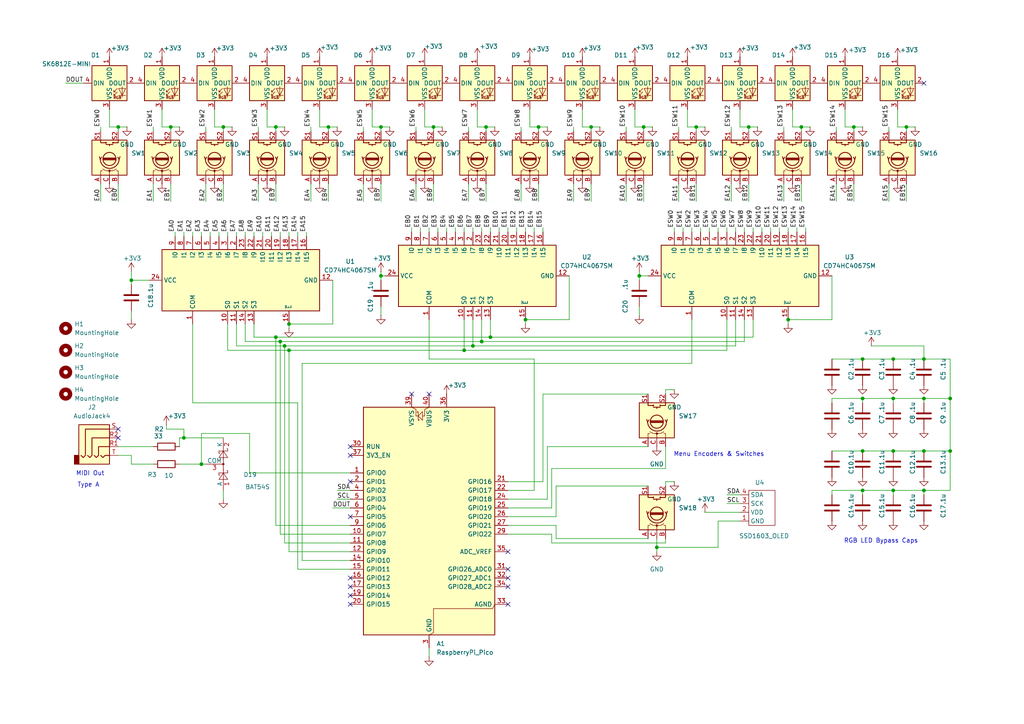
<source format=kicad_sch>
(kicad_sch (version 20250114) (generator "eeschema") (generator_version "9.0")
  (paper "A4")
  (title_block (title "Pico MIDI Controller") (date "2025-12-04") (rev "1.0"))
  (text "MIDI Out" (at 26.162 137.414 0) (effects (font (size 1.27 1.27))))
  (text "RGB LED Bypass Caps" (at 255.524 156.972 0) (effects (font (size 1.27 1.27))))
  (text "Menu Encoders & Switches" (at 208.534 131.826 0) (effects (font (size 1.27 1.27))))
  (text "Type A" (at 25.654 140.716 0) (effects (font (size 1.27 1.27))))
  (junction (at 267.97 130.81))
  (junction (at 95.25 36.83))
  (junction (at 267.97 142.24))
  (junction (at 83.82 101.6))
  (junction (at 250.19 115.57))
  (junction (at 259.08 115.57))
  (junction (at 64.77 36.83))
  (junction (at 262.89 36.83))
  (junction (at 142.24 97.79))
  (junction (at 110.49 80.01))
  (junction (at 80.01 36.83))
  (junction (at 156.21 36.83))
  (junction (at 82.55 100.33))
  (junction (at 259.08 142.24))
  (junction (at 125.73 36.83))
  (junction (at 275.59 115.57))
  (junction (at 275.59 130.81))
  (junction (at 171.45 36.83))
  (junction (at 186.69 36.83))
  (junction (at 201.93 36.83))
  (junction (at 190.5 158.75))
  (junction (at 134.62 101.6))
  (junction (at 34.29 36.83))
  (junction (at 58.42 134.62))
  (junction (at 250.19 142.24))
  (junction (at 38.1 81.28))
  (junction (at 49.53 36.83))
  (junction (at 110.49 36.83))
  (junction (at 53.34 127))
  (junction (at 80.01 97.79))
  (junction (at 228.6 92.71))
  (junction (at 267.97 115.57))
  (junction (at 81.28 99.06))
  (junction (at 259.08 104.14))
  (junction (at 83.82 93.98))
  (junction (at 250.19 130.81))
  (junction (at 267.97 104.14))
  (junction (at 152.4 92.71))
  (junction (at 137.16 100.33))
  (junction (at 140.97 36.83))
  (junction (at 139.7 99.06))
  (junction (at 259.08 130.81))
  (junction (at 217.17 36.83))
  (junction (at 247.65 36.83))
  (junction (at 185.42 80.01))
  (junction (at 232.41 36.83))
  (junction (at 250.19 104.14))
  (no_connect (at 147.32 167.64))
  (no_connect (at 147.32 160.02))
  (no_connect (at 124.46 114.3))
  (no_connect (at 34.29 127))
  (no_connect (at 119.38 114.3))
  (no_connect (at 101.6 139.7))
  (no_connect (at 267.97 24.13))
  (no_connect (at 147.32 170.18))
  (no_connect (at 147.32 175.26))
  (no_connect (at 101.6 129.54))
  (no_connect (at 34.29 124.46))
  (no_connect (at 101.6 172.72))
  (no_connect (at 101.6 167.64))
  (no_connect (at 101.6 170.18))
  (no_connect (at 147.32 165.1))
  (no_connect (at 101.6 149.86))
  (no_connect (at 101.6 132.08))
  (no_connect (at 101.6 175.26))
  (wire (pts (xy 105.41 53.34) (xy 105.41 58.42)))
  (wire (pts (xy 165.1 80.01) (xy 165.1 92.71)))
  (wire (pts (xy 193.04 157.48) (xy 160.02 157.48)))
  (wire (pts (xy 196.85 36.83) (xy 196.85 38.1)))
  (wire (pts (xy 157.48 66.04) (xy 157.48 67.31)))
  (wire (pts (xy 210.82 67.31) (xy 210.82 66.04)))
  (wire (pts (xy 262.89 53.34) (xy 262.89 58.42)))
  (wire (pts (xy 187.96 140.97) (xy 161.29 140.97)))
  (wire (pts (xy 58.42 134.62) (xy 59.69 134.62)))
  (wire (pts (xy 31.75 31.75) (xy 31.75 36.83)))
  (wire (pts (xy 259.08 115.57) (xy 267.97 115.57)))
  (wire (pts (xy 29.21 36.83) (xy 29.21 38.1)))
  (wire (pts (xy 250.19 104.14) (xy 259.08 104.14)))
  (wire (pts (xy 166.37 36.83) (xy 166.37 38.1)))
  (wire (pts (xy 259.08 143.51) (xy 259.08 142.24)))
  (wire (pts (xy 260.35 36.83) (xy 262.89 36.83)))
  (wire (pts (xy 242.57 36.83) (xy 242.57 38.1)))
  (wire (pts (xy 233.68 66.04) (xy 233.68 67.31)))
  (wire (pts (xy 250.19 115.57) (xy 250.19 116.84)))
  (wire (pts (xy 217.17 53.34) (xy 217.17 58.42)))
  (wire (pts (xy 198.12 66.04) (xy 198.12 67.31)))
  (wire (pts (xy 218.44 66.04) (xy 218.44 67.31)))
  (wire (pts (xy 97.79 144.78) (xy 101.6 144.78)))
  (wire (pts (xy 113.03 36.83) (xy 110.49 36.83)))
  (wire (pts (xy 242.57 53.34) (xy 242.57 58.42)))
  (wire (pts (xy 218.44 97.79) (xy 142.24 97.79)))
  (wire (pts (xy 257.81 53.34) (xy 257.81 58.42)))
  (wire (pts (xy 138.43 31.75) (xy 138.43 36.83)))
  (wire (pts (xy 123.19 36.83) (xy 125.73 36.83)))
  (wire (pts (xy 228.6 66.04) (xy 228.6 67.31)))
  (wire (pts (xy 201.93 36.83) (xy 201.93 38.1)))
  (wire (pts (xy 95.25 53.34) (xy 95.25 58.42)))
  (wire (pts (xy 53.34 67.31) (xy 53.34 68.58)))
  (wire (pts (xy 234.95 36.83) (xy 232.41 36.83)))
  (wire (pts (xy 267.97 116.84) (xy 267.97 115.57)))
  (wire (pts (xy 160.02 147.32) (xy 147.32 147.32)))
  (wire (pts (xy 36.83 36.83) (xy 34.29 36.83)))
  (wire (pts (xy 210.82 92.71) (xy 210.82 101.6)))
  (wire (pts (xy 187.96 114.3) (xy 157.48 114.3)))
  (wire (pts (xy 187.96 80.01) (xy 185.42 80.01)))
  (wire (pts (xy 229.87 36.83) (xy 232.41 36.83)))
  (wire (pts (xy 259.08 130.81) (xy 267.97 130.81)))
  (wire (pts (xy 171.45 53.34) (xy 171.45 58.42)))
  (wire (pts (xy 153.67 36.83) (xy 156.21 36.83)))
  (wire (pts (xy 185.42 78.74) (xy 185.42 80.01)))
  (wire (pts (xy 275.59 115.57) (xy 275.59 104.14)))
  (wire (pts (xy 119.38 66.04) (xy 119.38 67.31)))
  (wire (pts (xy 53.34 127) (xy 64.77 127)))
  (wire (pts (xy 87.63 162.56) (xy 101.6 162.56)))
  (wire (pts (xy 185.42 80.01) (xy 185.42 81.28)))
  (wire (pts (xy 105.41 36.83) (xy 105.41 38.1)))
  (wire (pts (xy 213.36 66.04) (xy 213.36 67.31)))
  (wire (pts (xy 140.97 36.83) (xy 140.97 38.1)))
  (wire (pts (xy 193.04 135.89) (xy 160.02 135.89)))
  (wire (pts (xy 72.39 137.16) (xy 72.39 125.73)))
  (wire (pts (xy 55.88 116.84) (xy 86.36 116.84)))
  (wire (pts (xy 71.12 99.06) (xy 81.28 99.06)))
  (wire (pts (xy 82.55 100.33) (xy 68.58 100.33)))
  (wire (pts (xy 81.28 99.06) (xy 139.7 99.06)))
  (wire (pts (xy 214.63 148.59) (xy 204.47 148.59)))
  (wire (pts (xy 153.67 31.75) (xy 153.67 36.83)))
  (wire (pts (xy 58.42 125.73) (xy 58.42 134.62)))
  (wire (pts (xy 55.88 93.98) (xy 55.88 116.84)))
  (wire (pts (xy 186.69 36.83) (xy 186.69 38.1)))
  (wire (pts (xy 142.24 97.79) (xy 80.01 97.79)))
  (wire (pts (xy 81.28 67.31) (xy 81.28 68.58)))
  (wire (pts (xy 64.77 142.24) (xy 64.77 144.78)))
  (wire (pts (xy 213.36 100.33) (xy 137.16 100.33)))
  (wire (pts (xy 96.52 93.98) (xy 83.82 93.98)))
  (wire (pts (xy 120.65 53.34) (xy 120.65 58.42)))
  (wire (pts (xy 59.69 53.34) (xy 59.69 58.42)))
  (wire (pts (xy 86.36 165.1) (xy 101.6 165.1)))
  (wire (pts (xy 161.29 152.4) (xy 147.32 152.4)))
  (wire (pts (xy 195.58 113.03) (xy 193.04 113.03)))
  (wire (pts (xy 92.71 31.75) (xy 92.71 36.83)))
  (wire (pts (xy 72.39 125.73) (xy 58.42 125.73)))
  (wire (pts (xy 138.43 36.83) (xy 140.97 36.83)))
  (wire (pts (xy 203.2 66.04) (xy 203.2 67.31)))
  (wire (pts (xy 220.98 66.04) (xy 220.98 67.31)))
  (wire (pts (xy 143.51 36.83) (xy 140.97 36.83)))
  (wire (pts (xy 110.49 80.01) (xy 110.49 78.74)))
  (wire (pts (xy 184.15 31.75) (xy 184.15 36.83)))
  (wire (pts (xy 88.9 67.31) (xy 88.9 68.58)))
  (wire (pts (xy 147.32 66.04) (xy 147.32 67.31)))
  (wire (pts (xy 90.17 36.83) (xy 90.17 38.1)))
  (wire (pts (xy 267.97 100.33) (xy 252.73 100.33)))
  (wire (pts (xy 200.66 105.41) (xy 87.63 105.41)))
  (wire (pts (xy 259.08 104.14) (xy 267.97 104.14)))
  (wire (pts (xy 267.97 143.51) (xy 267.97 142.24)))
  (wire (pts (xy 231.14 66.04) (xy 231.14 67.31)))
  (wire (pts (xy 160.02 157.48) (xy 160.02 154.94)))
  (wire (pts (xy 212.09 36.83) (xy 212.09 38.1)))
  (wire (pts (xy 92.71 36.83) (xy 95.25 36.83)))
  (wire (pts (xy 214.63 36.83) (xy 217.17 36.83)))
  (wire (pts (xy 223.52 66.04) (xy 223.52 67.31)))
  (wire (pts (xy 134.62 101.6) (xy 83.82 101.6)))
  (wire (pts (xy 53.34 124.46) (xy 48.26 124.46)))
  (wire (pts (xy 186.69 53.34) (xy 186.69 58.42)))
  (wire (pts (xy 267.97 100.33) (xy 267.97 104.14)))
  (wire (pts (xy 66.04 67.31) (xy 66.04 68.58)))
  (wire (pts (xy 111.76 80.01) (xy 110.49 80.01)))
  (wire (pts (xy 157.48 139.7) (xy 147.32 139.7)))
  (wire (pts (xy 64.77 53.34) (xy 64.77 58.42)))
  (wire (pts (xy 81.28 99.06) (xy 81.28 154.94)))
  (wire (pts (xy 43.18 81.28) (xy 38.1 81.28)))
  (wire (pts (xy 204.47 36.83) (xy 201.93 36.83)))
  (wire (pts (xy 74.93 53.34) (xy 74.93 58.42)))
  (wire (pts (xy 245.11 31.75) (xy 245.11 36.83)))
  (wire (pts (xy 110.49 80.01) (xy 110.49 81.28)))
  (wire (pts (xy 245.11 36.83) (xy 247.65 36.83)))
  (wire (pts (xy 212.09 53.34) (xy 212.09 58.42)))
  (wire (pts (xy 64.77 36.83) (xy 64.77 38.1)))
  (wire (pts (xy 154.94 104.14) (xy 154.94 142.24)))
  (wire (pts (xy 83.82 101.6) (xy 66.04 101.6)))
  (wire (pts (xy 124.46 104.14) (xy 154.94 104.14)))
  (wire (pts (xy 62.23 31.75) (xy 62.23 36.83)))
  (wire (pts (xy 195.58 66.04) (xy 195.58 67.31)))
  (wire (pts (xy 38.1 78.74) (xy 38.1 81.28)))
  (wire (pts (xy 250.19 115.57) (xy 259.08 115.57)))
  (wire (pts (xy 83.82 160.02) (xy 83.82 101.6)))
  (wire (pts (xy 181.61 53.34) (xy 181.61 58.42)))
  (wire (pts (xy 205.74 66.04) (xy 205.74 67.31)))
  (wire (pts (xy 196.85 53.34) (xy 196.85 58.42)))
  (wire (pts (xy 86.36 116.84) (xy 86.36 165.1)))
  (wire (pts (xy 262.89 36.83) (xy 262.89 38.1)))
  (wire (pts (xy 62.23 36.83) (xy 64.77 36.83)))
  (wire (pts (xy 250.19 36.83) (xy 247.65 36.83)))
  (wire (pts (xy 161.29 140.97) (xy 161.29 149.86)))
  (wire (pts (xy 241.3 104.14) (xy 250.19 104.14)))
  (wire (pts (xy 127 66.04) (xy 127 67.31)))
  (wire (pts (xy 38.1 132.08) (xy 38.1 134.62)))
  (wire (pts (xy 124.46 66.04) (xy 124.46 67.31)))
  (wire (pts (xy 166.37 53.34) (xy 166.37 58.42)))
  (wire (pts (xy 241.3 130.81) (xy 250.19 130.81)))
  (wire (pts (xy 152.4 66.04) (xy 152.4 67.31)))
  (wire (pts (xy 226.06 66.04) (xy 226.06 67.31)))
  (wire (pts (xy 60.96 67.31) (xy 60.96 68.58)))
  (wire (pts (xy 193.04 113.03) (xy 193.04 114.3)))
  (wire (pts (xy 227.33 53.34) (xy 227.33 58.42)))
  (wire (pts (xy 52.07 129.54) (xy 52.07 127)))
  (wire (pts (xy 134.62 101.6) (xy 210.82 101.6)))
  (wire (pts (xy 142.24 92.71) (xy 142.24 97.79)))
  (wire (pts (xy 58.42 67.31) (xy 58.42 68.58)))
  (wire (pts (xy 193.04 156.21) (xy 193.04 157.48)))
  (wire (pts (xy 275.59 142.24) (xy 275.59 130.81)))
  (wire (pts (xy 208.28 67.31) (xy 208.28 66.04)))
  (wire (pts (xy 213.36 92.71) (xy 213.36 100.33)))
  (wire (pts (xy 82.55 157.48) (xy 82.55 100.33)))
  (wire (pts (xy 135.89 36.83) (xy 135.89 38.1)))
  (wire (pts (xy 73.66 67.31) (xy 73.66 68.58)))
  (wire (pts (xy 107.95 31.75) (xy 107.95 36.83)))
  (wire (pts (xy 152.4 92.71) (xy 152.4 93.98)))
  (wire (pts (xy 156.21 53.34) (xy 156.21 58.42)))
  (wire (pts (xy 80.01 152.4) (xy 80.01 97.79)))
  (wire (pts (xy 219.71 36.83) (xy 217.17 36.83)))
  (wire (pts (xy 101.6 154.94) (xy 81.28 154.94)))
  (wire (pts (xy 215.9 92.71) (xy 215.9 99.06)))
  (wire (pts (xy 232.41 53.34) (xy 232.41 58.42)))
  (wire (pts (xy 215.9 66.04) (xy 215.9 67.31)))
  (wire (pts (xy 154.94 142.24) (xy 147.32 142.24)))
  (wire (pts (xy 247.65 36.83) (xy 247.65 38.1)))
  (wire (pts (xy 46.99 31.75) (xy 46.99 36.83)))
  (wire (pts (xy 210.82 146.05) (xy 214.63 146.05)))
  (wire (pts (xy 59.69 36.83) (xy 59.69 38.1)))
  (wire (pts (xy 267.97 130.81) (xy 275.59 130.81)))
  (wire (pts (xy 44.45 36.83) (xy 44.45 38.1)))
  (wire (pts (xy 161.29 149.86) (xy 147.32 149.86)))
  (wire (pts (xy 48.26 124.46) (xy 48.26 123.19)))
  (wire (pts (xy 187.96 129.54) (xy 158.75 129.54)))
  (wire (pts (xy 173.99 36.83) (xy 171.45 36.83)))
  (wire (pts (xy 34.29 36.83) (xy 34.29 38.1)))
  (wire (pts (xy 71.12 93.98) (xy 71.12 99.06)))
  (wire (pts (xy 52.07 134.62) (xy 58.42 134.62)))
  (wire (pts (xy 46.99 36.83) (xy 49.53 36.83)))
  (wire (pts (xy 142.24 66.04) (xy 142.24 67.31)))
  (wire (pts (xy 193.04 139.7) (xy 195.58 139.7)))
  (wire (pts (xy 110.49 53.34) (xy 110.49 58.42)))
  (wire (pts (xy 267.97 142.24) (xy 275.59 142.24)))
  (wire (pts (xy 214.63 151.13) (xy 208.28 151.13)))
  (wire (pts (xy 189.23 36.83) (xy 186.69 36.83)))
  (wire (pts (xy 259.08 142.24) (xy 267.97 142.24)))
  (wire (pts (xy 134.62 66.04) (xy 134.62 67.31)))
  (wire (pts (xy 52.07 127) (xy 53.34 127)))
  (wire (pts (xy 129.54 66.04) (xy 129.54 67.31)))
  (wire (pts (xy 86.36 67.31) (xy 86.36 68.58)))
  (wire (pts (xy 66.04 101.6) (xy 66.04 93.98)))
  (wire (pts (xy 96.52 81.28) (xy 96.52 93.98)))
  (wire (pts (xy 227.33 36.83) (xy 227.33 38.1)))
  (wire (pts (xy 257.81 36.83) (xy 257.81 38.1)))
  (wire (pts (xy 34.29 53.34) (xy 34.29 58.42)))
  (wire (pts (xy 34.29 129.54) (xy 44.45 129.54)))
  (wire (pts (xy 68.58 67.31) (xy 68.58 68.58)))
  (wire (pts (xy 80.01 97.79) (xy 73.66 97.79)))
  (wire (pts (xy 232.41 36.83) (xy 232.41 38.1)))
  (wire (pts (xy 137.16 100.33) (xy 82.55 100.33)))
  (wire (pts (xy 184.15 36.83) (xy 186.69 36.83)))
  (wire (pts (xy 171.45 36.83) (xy 171.45 38.1)))
  (wire (pts (xy 250.19 130.81) (xy 259.08 130.81)))
  (wire (pts (xy 208.28 151.13) (xy 208.28 158.75)))
  (wire (pts (xy 187.96 156.21) (xy 161.29 156.21)))
  (wire (pts (xy 124.46 92.71) (xy 124.46 104.14)))
  (wire (pts (xy 241.3 143.51) (xy 241.3 142.24)))
  (wire (pts (xy 97.79 36.83) (xy 95.25 36.83)))
  (wire (pts (xy 50.8 67.31) (xy 50.8 68.58)))
  (wire (pts (xy 147.32 144.78) (xy 158.75 144.78)))
  (wire (pts (xy 132.08 66.04) (xy 132.08 67.31)))
  (wire (pts (xy 101.6 157.48) (xy 82.55 157.48)))
  (wire (pts (xy 38.1 134.62) (xy 44.45 134.62)))
  (wire (pts (xy 217.17 36.83) (xy 217.17 38.1)))
  (wire (pts (xy 241.3 80.01) (xy 241.3 92.71)))
  (wire (pts (xy 200.66 66.04) (xy 200.66 67.31)))
  (wire (pts (xy 80.01 36.83) (xy 80.01 38.1)))
  (wire (pts (xy 134.62 92.71) (xy 134.62 101.6)))
  (wire (pts (xy 137.16 66.04) (xy 137.16 67.31)))
  (wire (pts (xy 160.02 135.89) (xy 160.02 147.32)))
  (wire (pts (xy 74.93 36.83) (xy 74.93 38.1)))
  (wire (pts (xy 250.19 142.24) (xy 250.19 143.51)))
  (wire (pts (xy 193.04 139.7) (xy 193.04 140.97)))
  (wire (pts (xy 210.82 143.51) (xy 214.63 143.51)))
  (wire (pts (xy 67.31 36.83) (xy 64.77 36.83)))
  (wire (pts (xy 265.43 36.83) (xy 262.89 36.83)))
  (wire (pts (xy 78.74 67.31) (xy 78.74 68.58)))
  (wire (pts (xy 144.78 66.04) (xy 144.78 67.31)))
  (wire (pts (xy 44.45 53.34) (xy 44.45 58.42)))
  (wire (pts (xy 267.97 115.57) (xy 275.59 115.57)))
  (wire (pts (xy 95.25 36.83) (xy 95.25 38.1)))
  (wire (pts (xy 241.3 142.24) (xy 250.19 142.24)))
  (wire (pts (xy 250.19 142.24) (xy 259.08 142.24)))
  (wire (pts (xy 161.29 156.21) (xy 161.29 152.4)))
  (wire (pts (xy 229.87 31.75) (xy 229.87 36.83)))
  (wire (pts (xy 90.17 53.34) (xy 90.17 58.42)))
  (wire (pts (xy 201.93 53.34) (xy 201.93 58.42)))
  (wire (pts (xy 80.01 53.34) (xy 80.01 58.42)))
  (wire (pts (xy 151.13 36.83) (xy 151.13 38.1)))
  (wire (pts (xy 275.59 104.14) (xy 267.97 104.14)))
  (wire (pts (xy 73.66 97.79) (xy 73.66 93.98)))
  (wire (pts (xy 149.86 66.04) (xy 149.86 67.31)))
  (wire (pts (xy 154.94 66.04) (xy 154.94 67.31)))
  (wire (pts (xy 135.89 53.34) (xy 135.89 58.42)))
  (wire (pts (xy 200.66 92.71) (xy 200.66 105.41)))
  (wire (pts (xy 49.53 36.83) (xy 49.53 38.1)))
  (wire (pts (xy 55.88 67.31) (xy 55.88 68.58)))
  (wire (pts (xy 275.59 115.57) (xy 275.59 130.81)))
  (wire (pts (xy 158.75 129.54) (xy 158.75 144.78)))
  (wire (pts (xy 19.05 24.13) (xy 24.13 24.13)))
  (wire (pts (xy 68.58 100.33) (xy 68.58 93.98)))
  (wire (pts (xy 38.1 81.28) (xy 38.1 82.55)))
  (wire (pts (xy 218.44 92.71) (xy 218.44 97.79)))
  (wire (pts (xy 181.61 36.83) (xy 181.61 38.1)))
  (wire (pts (xy 96.52 147.32) (xy 101.6 147.32)))
  (wire (pts (xy 49.53 53.34) (xy 49.53 58.42)))
  (wire (pts (xy 199.39 36.83) (xy 201.93 36.83)))
  (wire (pts (xy 63.5 67.31) (xy 63.5 68.58)))
  (wire (pts (xy 52.07 36.83) (xy 49.53 36.83)))
  (wire (pts (xy 125.73 53.34) (xy 125.73 58.42)))
  (wire (pts (xy 71.12 67.31) (xy 71.12 68.58)))
  (wire (pts (xy 31.75 36.83) (xy 34.29 36.83)))
  (wire (pts (xy 185.42 88.9) (xy 185.42 91.44)))
  (wire (pts (xy 87.63 105.41) (xy 87.63 162.56)))
  (wire (pts (xy 121.92 66.04) (xy 121.92 67.31)))
  (wire (pts (xy 247.65 53.34) (xy 247.65 58.42)))
  (wire (pts (xy 123.19 31.75) (xy 123.19 36.83)))
  (wire (pts (xy 110.49 36.83) (xy 110.49 38.1)))
  (wire (pts (xy 157.48 114.3) (xy 157.48 139.7)))
  (wire (pts (xy 77.47 36.83) (xy 80.01 36.83)))
  (wire (pts (xy 110.49 88.9) (xy 110.49 91.44)))
  (wire (pts (xy 241.3 115.57) (xy 250.19 115.57)))
  (wire (pts (xy 97.79 142.24) (xy 101.6 142.24)))
  (wire (pts (xy 241.3 92.71) (xy 228.6 92.71)))
  (wire (pts (xy 168.91 31.75) (xy 168.91 36.83)))
  (wire (pts (xy 101.6 137.16) (xy 72.39 137.16)))
  (wire (pts (xy 241.3 116.84) (xy 241.3 115.57)))
  (wire (pts (xy 139.7 99.06) (xy 139.7 92.71)))
  (wire (pts (xy 77.47 31.75) (xy 77.47 36.83)))
  (wire (pts (xy 124.46 187.96) (xy 124.46 190.5)))
  (wire (pts (xy 76.2 67.31) (xy 76.2 68.58)))
  (wire (pts (xy 260.35 31.75) (xy 260.35 36.83)))
  (wire (pts (xy 168.91 36.83) (xy 171.45 36.83)))
  (wire (pts (xy 151.13 53.34) (xy 151.13 58.42)))
  (wire (pts (xy 156.21 36.83) (xy 156.21 38.1)))
  (wire (pts (xy 125.73 36.83) (xy 125.73 38.1)))
  (wire (pts (xy 140.97 53.34) (xy 140.97 58.42)))
  (wire (pts (xy 160.02 154.94) (xy 147.32 154.94)))
  (wire (pts (xy 139.7 99.06) (xy 215.9 99.06)))
  (wire (pts (xy 228.6 92.71) (xy 228.6 93.98)))
  (wire (pts (xy 259.08 116.84) (xy 259.08 115.57)))
  (wire (pts (xy 214.63 31.75) (xy 214.63 36.83)))
  (wire (pts (xy 82.55 36.83) (xy 80.01 36.83)))
  (wire (pts (xy 158.75 36.83) (xy 156.21 36.83)))
  (wire (pts (xy 190.5 160.02) (xy 190.5 158.75)))
  (wire (pts (xy 83.82 67.31) (xy 83.82 68.58)))
  (wire (pts (xy 199.39 31.75) (xy 199.39 36.83)))
  (wire (pts (xy 190.5 158.75) (xy 208.28 158.75)))
  (wire (pts (xy 137.16 92.71) (xy 137.16 100.33)))
  (wire (pts (xy 101.6 152.4) (xy 80.01 152.4)))
  (wire (pts (xy 193.04 129.54) (xy 193.04 135.89)))
  (wire (pts (xy 101.6 160.02) (xy 83.82 160.02)))
  (wire (pts (xy 38.1 90.17) (xy 38.1 92.71)))
  (wire (pts (xy 190.5 158.75) (xy 190.5 156.21)))
  (wire (pts (xy 53.34 124.46) (xy 53.34 127)))
  (wire (pts (xy 128.27 36.83) (xy 125.73 36.83)))
  (wire (pts (xy 34.29 132.08) (xy 38.1 132.08)))
  (wire (pts (xy 165.1 92.71) (xy 152.4 92.71)))
  (wire (pts (xy 83.82 93.98) (xy 83.82 95.25)))
  (wire (pts (xy 29.21 53.34) (xy 29.21 58.42)))
  (wire (pts (xy 120.65 36.83) (xy 120.65 38.1)))
  (wire (pts (xy 107.95 36.83) (xy 110.49 36.83)))
  (wire (pts (xy 139.7 66.04) (xy 139.7 67.31)))
  (label "EA7" (at 68.58 67.31 90))
  (label "ESW4" (at 205.74 66.04 90))
  (label "ESW5" (at 208.28 66.04 90))
  (label "EB11" (at 147.32 66.04 90))
  (label "SDA" (at 97.79 142.24 0))
  (label "DOUT" (at 96.52 147.32 0))
  (label "EB3" (at 80.01 58.42 90))
  (label "EA14" (at 242.57 58.42 90))
  (label "ESW12" (at 212.09 36.83 90))
  (label "EB5" (at 110.49 58.42 90))
  (label "EB13" (at 232.41 58.42 90))
  (label "EB4" (at 95.25 58.42 90))
  (label "ESW10" (at 181.61 36.83 90))
  (label "EA4" (at 90.17 58.42 90))
  (label "EA0" (at 50.8 67.31 90))
  (label "EA12" (at 81.28 67.31 90))
  (label "EA2" (at 59.69 58.42 90))
  (label "EB1" (at 121.92 66.04 90))
  (label "EB2" (at 64.77 58.42 90))
  (label "EB10" (at 186.69 58.42 90))
  (label "EB15" (at 262.89 58.42 90))
  (label "EB12" (at 217.17 58.42 90))
  (label "EA8" (at 71.12 67.31 90))
  (label "EB13" (at 152.4 66.04 90))
  (label "EA7" (at 135.89 58.42 90))
  (label "ESW7" (at 213.36 66.04 90))
  (label "ESW8" (at 215.9 66.04 90))
  (label "ESW2" (at 200.66 66.04 90))
  (label "EB7" (at 137.16 66.04 90))
  (label "EB8" (at 156.21 58.42 90))
  (label "ESW3" (at 203.2 66.04 90))
  (label "EB14" (at 247.65 58.42 90))
  (label "EB9" (at 171.45 58.42 90))
  (label "EA6" (at 120.65 58.42 90))
  (label "EA15" (at 88.9 67.31 90))
  (label "EB4" (at 129.54 66.04 90))
  (label "ESW3" (at 74.93 36.83 90))
  (label "ESW0" (at 29.21 36.83 90))
  (label "EA14" (at 86.36 67.31 90))
  (label "SCL" (at 97.79 144.78 0))
  (label "EA5" (at 105.41 58.42 90))
  (label "EB3" (at 127 66.04 90))
  (label "EB11" (at 201.93 58.42 90))
  (label "SCL" (at 210.82 146.05 0))
  (label "ESW9" (at 166.37 36.83 90))
  (label "EA11" (at 196.85 58.42 90))
  (label "EA11" (at 78.74 67.31 90))
  (label "EA3" (at 58.42 67.31 90))
  (label "EA2" (at 55.88 67.31 90))
  (label "EB15" (at 157.48 66.04 90))
  (label "ESW1" (at 44.45 36.83 90))
  (label "EB6" (at 134.62 66.04 90))
  (label "ESW12" (at 226.06 66.04 90))
  (label "EB5" (at 132.08 66.04 90))
  (label "EA1" (at 44.45 58.42 90))
  (label "EB12" (at 149.86 66.04 90))
  (label "EA3" (at 74.93 58.42 90))
  (label "EA12" (at 212.09 58.42 90))
  (label "EA15" (at 257.81 58.42 90))
  (label "EA8" (at 151.13 58.42 90))
  (label "ESW6" (at 210.82 66.04 90))
  (label "ESW2" (at 59.69 36.83 90))
  (label "ESW14" (at 231.14 66.04 90))
  (label "EB14" (at 154.94 66.04 90))
  (label "EB7" (at 140.97 58.42 90))
  (label "EB0" (at 119.38 66.04 90))
  (label "SDA" (at 210.82 143.51 0))
  (label "ESW6" (at 120.65 36.83 90))
  (label "ESW8" (at 151.13 36.83 90))
  (label "ESW13" (at 228.6 66.04 90))
  (label "ESW11" (at 196.85 36.83 90))
  (label "EA10" (at 76.2 67.31 90))
  (label "ESW11" (at 223.52 66.04 90))
  (label "EA13" (at 83.82 67.31 90))
  (label "EA10" (at 181.61 58.42 90))
  (label "ESW14" (at 242.57 36.83 90))
  (label "EB0" (at 34.29 58.42 90))
  (label "ESW15" (at 257.81 36.83 90))
  (label "ESW5" (at 105.41 36.83 90))
  (label "ESW7" (at 135.89 36.83 90))
  (label "ESW1" (at 198.12 66.04 90))
  (label "ESW15" (at 233.68 66.04 90))
  (label "EA13" (at 227.33 58.42 90))
  (label "EA0" (at 29.21 58.42 90))
  (label "EA9" (at 73.66 67.31 90))
  (label "EA4" (at 60.96 67.31 90))
  (label "ESW10" (at 220.98 66.04 90))
  (label "EB8" (at 139.7 66.04 90))
  (label "DOUT" (at 19.05 24.13 0))
  (label "ESW0" (at 195.58 66.04 90))
  (label "EB9" (at 142.24 66.04 90))
  (label "EB2" (at 124.46 66.04 90))
  (label "EB1" (at 49.53 58.42 90))
  (label "EB10" (at 144.78 66.04 90))
  (label "ESW4" (at 90.17 36.83 90))
  (label "EA5" (at 63.5 67.31 90))
  (label "ESW13" (at 227.33 36.83 90))
  (label "EA9" (at 166.37 58.42 90))
  (label "EA1" (at 53.34 67.31 90))
  (label "ESW9" (at 218.44 66.04 90))
  (label "EB6" (at 125.73 58.42 90))
  (label "EA6" (at 66.04 67.31 90))
  (symbol (lib_id "My_Library:SK6812E-MINI") (at 184.15 24.13 0) (unit 1)
    (property "Reference" "D11" (at 180.086 16.002 0))
    (property "Value" "SK6812E-MINI" (effects (hide yes)))
    (property "Footprint" "MyLibrary:LED_OPSCO_SK6812_MINI-E_5.0x5.0mm_P3.1mm_rearmount" (effects (hide yes)))
    (property "Datasheet" "https://cdn-shop.adafruit.com/product-files/2686/SK6812MINI_REV.01-1-2.pdf" (effects (hide yes)))
    (property "Description" "RGB LED with integrated controller" (effects (hide yes)))
  )
  (symbol (lib_id "power:+3V3") (at 229.87 16.51 0) (unit 1)
    (property "Reference" "#PWR053" (effects (hide yes)))
    (property "Value" "+3V3" (at 232.664 13.716 0))
    (property "Description" "Power symbol creates a global label with name \"+3V3\"" (effects (hide yes)))
  )
  (symbol (lib_id "power:+3V3") (at 110.49 78.74 0) (unit 1)
    (property "Reference" "#PWR076" (effects (hide yes)))
    (property "Value" "+3V3" (at 110.744 74.93 0))
    (property "Description" "Power symbol creates a global label with name \"+3V3\"" (effects (hide yes)))
  )
  (symbol (lib_id "My_Library:SK6812E-MINI") (at 92.71 24.13 0) (unit 1)
    (property "Reference" "D5" (at 88.646 16.002 0))
    (property "Value" "SK6812E-MINI" (effects (hide yes)))
    (property "Footprint" "MyLibrary:LED_OPSCO_SK6812_MINI-E_5.0x5.0mm_P3.1mm_rearmount" (effects (hide yes)))
    (property "Datasheet" "https://cdn-shop.adafruit.com/product-files/2686/SK6812MINI_REV.01-1-2.pdf" (effects (hide yes)))
    (property "Description" "RGB LED with integrated controller" (effects (hide yes)))
  )
  (symbol (lib_id "power:GND") (at 113.03 36.83 0) (unit 1)
    (property "Reference" "#PWR012" (effects (hide yes)))
    (property "Value" "GND" (at 113.03 41.91 0))
    (property "Description" "Power symbol creates a global label with name \"GND\" , ground" (effects (hide yes)))
  )
  (symbol (lib_id "My_Library:SK6812E-MINI") (at 153.67 24.13 0) (unit 1)
    (property "Reference" "D9" (at 149.606 16.002 0))
    (property "Value" "SK6812E-MINI" (effects (hide yes)))
    (property "Footprint" "MyLibrary:LED_OPSCO_SK6812_MINI-E_5.0x5.0mm_P3.1mm_rearmount" (effects (hide yes)))
    (property "Datasheet" "https://cdn-shop.adafruit.com/product-files/2686/SK6812MINI_REV.01-1-2.pdf" (effects (hide yes)))
    (property "Description" "RGB LED with integrated controller" (effects (hide yes)))
  )
  (symbol (lib_id "power:GND") (at 190.5 160.02 0) (unit 1)
    (property "Reference" "#PWR035" (effects (hide yes)))
    (property "Value" "GND" (at 190.5 165.1 0))
    (property "Description" "Power symbol creates a global label with name \"GND\" , ground" (effects (hide yes)))
  )
  (symbol (lib_id "power:+3V3") (at 184.15 16.51 0) (unit 1)
    (property "Reference" "#PWR050" (effects (hide yes)))
    (property "Value" "+3V3" (at 186.944 13.716 0))
    (property "Description" "Power symbol creates a global label with name \"+3V3\"" (effects (hide yes)))
  )
  (symbol (lib_id "power:+3V3") (at 77.47 16.51 0) (unit 1)
    (property "Reference" "#PWR043" (effects (hide yes)))
    (property "Value" "+3V3" (at 80.772 13.97 0))
    (property "Description" "Power symbol creates a global label with name \"+3V3\"" (effects (hide yes)))
  )
  (symbol (lib_id "power:GND") (at 123.19 53.34 0) (unit 1)
    (property "Reference" "#PWR013" (effects (hide yes)))
    (property "Value" "GND" (effects (hide yes)))
    (property "Description" "Power symbol creates a global label with name \"GND\" , ground" (effects (hide yes)))
  )
  (symbol (lib_id "power:GND") (at 265.43 36.83 0) (unit 1)
    (property "Reference" "#PWR032" (effects (hide yes)))
    (property "Value" "GND" (at 265.43 41.91 0))
    (property "Description" "Power symbol creates a global label with name \"GND\" , ground" (effects (hide yes)))
  )
  (symbol (lib_id "power:GND") (at 46.99 53.34 0) (unit 1)
    (property "Reference" "#PWR03" (effects (hide yes)))
    (property "Value" "GND" (effects (hide yes)))
    (property "Description" "Power symbol creates a global label with name \"GND\" , ground" (effects (hide yes)))
  )
  (symbol (lib_id "power:+3V3") (at 199.39 16.51 0) (unit 1)
    (property "Reference" "#PWR051" (effects (hide yes)))
    (property "Value" "+3V3" (at 202.692 13.716 0))
    (property "Description" "Power symbol creates a global label with name \"+3V3\"" (effects (hide yes)))
  )
  (symbol (lib_id "power:GND") (at 228.6 93.98 0) (unit 1)
    (property "Reference" "#PWR039" (effects (hide yes)))
    (property "Value" "GND" (effects (hide yes)))
    (property "Description" "Power symbol creates a global label with name \"GND\" , ground" (effects (hide yes)))
  )
  (symbol (lib_id "power:GND") (at 107.95 53.34 0) (unit 1)
    (property "Reference" "#PWR011" (effects (hide yes)))
    (property "Value" "GND" (effects (hide yes)))
    (property "Description" "Power symbol creates a global label with name \"GND\" , ground" (effects (hide yes)))
  )
  (symbol (lib_id "My_Library:SK6812E-MINI") (at 138.43 24.13 0) (unit 1)
    (property "Reference" "D8" (at 134.366 16.002 0))
    (property "Value" "SK6812E-MINI" (effects (hide yes)))
    (property "Footprint" "MyLibrary:LED_OPSCO_SK6812_MINI-E_5.0x5.0mm_P3.1mm_rearmount" (effects (hide yes)))
    (property "Datasheet" "https://cdn-shop.adafruit.com/product-files/2686/SK6812MINI_REV.01-1-2.pdf" (effects (hide yes)))
    (property "Description" "RGB LED with integrated controller" (effects (hide yes)))
  )
  (symbol (lib_id "Device:RotaryEncoder_Switch") (at 190.5 121.92 90) (unit 1)
    (property "Reference" "SW17" (at 196.85 120.6499 90) (effects (justify right)))
    (property "Value" "RotaryEncoder_Switch" (effects (hide yes)))
    (property "Footprint" "MyLibrary:RotaryEncoder_Alps_EC11E-Switch_Vertical_H20mm_topsolder" (effects (hide yes)))
    (property "Description" "Rotary encoder, dual channel, incremental quadrate outputs, with switch" (effects (hide yes)))
  )
  (symbol (lib_id "power:GND") (at 110.49 91.44 0) (unit 1)
    (property "Reference" "#PWR064" (effects (hide yes)))
    (property "Value" "GND" (effects (hide yes)))
    (property "Description" "Power symbol creates a global label with name \"GND\" , ground" (effects (hide yes)))
  )
  (symbol (lib_id "power:GND") (at 241.3 138.43 0) (unit 1)
    (property "Reference" "#PWR078" (effects (hide yes)))
    (property "Value" "GND" (effects (hide yes)))
    (property "Description" "Power symbol creates a global label with name \"GND\" , ground" (effects (hide yes)))
  )
  (symbol (lib_id "power:GND") (at 234.95 36.83 0) (unit 1)
    (property "Reference" "#PWR028" (effects (hide yes)))
    (property "Value" "GND" (at 234.95 41.91 0))
    (property "Description" "Power symbol creates a global label with name \"GND\" , ground" (effects (hide yes)))
  )
  (symbol (lib_id "power:GND") (at 189.23 36.83 0) (unit 1)
    (property "Reference" "#PWR022" (effects (hide yes)))
    (property "Value" "GND" (at 189.23 41.91 0))
    (property "Description" "Power symbol creates a global label with name \"GND\" , ground" (effects (hide yes)))
  )
  (symbol (lib_id "Benjmodular:SSD1603_OLED") (at 219.71 154.94 0) (mirror x) (unit 1)
    (property "Reference" "U4" (at 218.948 139.954 0) (effects (justify left)))
    (property "Value" "SSD1603_OLED" (at 214.376 155.448 0) (effects (justify left)))
    (property "Footprint" "Connector_PinHeader_2.54mm:PinHeader_1x04_P2.54mm_Vertical" (effects (hide yes)))
  )
  (symbol (lib_id "power:GND") (at 259.08 138.43 0) (unit 1)
    (property "Reference" "#PWR082" (effects (hide yes)))
    (property "Value" "GND" (effects (hide yes)))
    (property "Description" "Power symbol creates a global label with name \"GND\" , ground" (effects (hide yes)))
  )
  (symbol (lib_id "My_Library:SK6812E-MINI") (at 199.39 24.13 0) (unit 1)
    (property "Reference" "D12" (at 195.326 16.002 0))
    (property "Value" "SK6812E-MINI" (effects (hide yes)))
    (property "Footprint" "MyLibrary:LED_OPSCO_SK6812_MINI-E_5.0x5.0mm_P3.1mm_rearmount" (effects (hide yes)))
    (property "Datasheet" "https://cdn-shop.adafruit.com/product-files/2686/SK6812MINI_REV.01-1-2.pdf" (effects (hide yes)))
    (property "Description" "RGB LED with integrated controller" (effects (hide yes)))
  )
  (symbol (lib_id "power:GND") (at 138.43 53.34 0) (unit 1)
    (property "Reference" "#PWR015" (effects (hide yes)))
    (property "Value" "GND" (effects (hide yes)))
    (property "Description" "Power symbol creates a global label with name \"GND\" , ground" (effects (hide yes)))
  )
  (symbol (lib_id "Device:RotaryEncoder_Switch") (at 184.15 45.72 90) (unit 1)
    (property "Reference" "SW11" (at 190.5 44.4499 90) (effects (justify right)))
    (property "Value" "RotaryEncoder_Switch" (effects (hide yes)))
    (property "Footprint" "MyLibrary:RotaryEncoder_Alps_EC11E-Switch_Vertical_H20mm_topsolder" (effects (hide yes)))
    (property "Description" "Rotary encoder, dual channel, incremental quadrate outputs, with switch" (effects (hide yes)))
  )
  (symbol (lib_id "My_Library:SK6812E-MINI") (at 260.35 24.13 0) (unit 1)
    (property "Reference" "D16" (at 256.286 16.002 0))
    (property "Value" "SK6812E-MINI" (effects (hide yes)))
    (property "Footprint" "MyLibrary:LED_OPSCO_SK6812_MINI-E_5.0x5.0mm_P3.1mm_rearmount" (effects (hide yes)))
    (property "Datasheet" "https://cdn-shop.adafruit.com/product-files/2686/SK6812MINI_REV.01-1-2.pdf" (effects (hide yes)))
    (property "Description" "RGB LED with integrated controller" (effects (hide yes)))
  )
  (symbol (lib_id "power:GND") (at 250.19 138.43 0) (unit 1)
    (property "Reference" "#PWR080" (effects (hide yes)))
    (property "Value" "GND" (effects (hide yes)))
    (property "Description" "Power symbol creates a global label with name \"GND\" , ground" (effects (hide yes)))
  )
  (symbol (lib_id "power:+3V3") (at 62.23 16.51 0) (unit 1)
    (property "Reference" "#PWR042" (effects (hide yes)))
    (property "Value" "+3V3" (at 65.278 13.97 0))
    (property "Description" "Power symbol creates a global label with name \"+3V3\"" (effects (hide yes)))
  )
  (symbol (lib_id "power:GND") (at 267.97 151.13 0) (unit 1)
    (property "Reference" "#PWR085" (effects (hide yes)))
    (property "Value" "GND" (effects (hide yes)))
    (property "Description" "Power symbol creates a global label with name \"GND\" , ground" (effects (hide yes)))
  )
  (symbol (lib_id "My_Library:SK6812E-MINI") (at 123.19 24.13 0) (unit 1)
    (property "Reference" "D7" (at 119.126 16.002 0))
    (property "Value" "SK6812E-MINI" (effects (hide yes)))
    (property "Footprint" "MyLibrary:LED_OPSCO_SK6812_MINI-E_5.0x5.0mm_P3.1mm_rearmount" (effects (hide yes)))
    (property "Datasheet" "https://cdn-shop.adafruit.com/product-files/2686/SK6812MINI_REV.01-1-2.pdf" (effects (hide yes)))
    (property "Description" "RGB LED with integrated controller" (effects (hide yes)))
  )
  (symbol (lib_id "power:GND") (at 143.51 36.83 0) (unit 1)
    (property "Reference" "#PWR016" (effects (hide yes)))
    (property "Value" "GND" (at 143.51 41.91 0))
    (property "Description" "Power symbol creates a global label with name \"GND\" , ground" (effects (hide yes)))
  )
  (symbol (lib_id "Device:C") (at 259.08 147.32 180) (unit 1)
    (property "Reference" "C16" (at 264.668 148.336 90))
    (property "Value" ".1u" (at 264.668 144.78 90))
    (property "Footprint" "Capacitor_SMD:C_0603_1608Metric_Pad1.08x0.95mm_HandSolder" (effects (hide yes)))
    (property "Description" "Unpolarized capacitor" (effects (hide yes)))
  )
  (symbol (lib_id "power:GND") (at 83.82 95.25 0) (unit 1)
    (property "Reference" "#PWR037" (effects (hide yes)))
    (property "Value" "GND" (effects (hide yes)))
    (property "Description" "Power symbol creates a global label with name \"GND\" , ground" (effects (hide yes)))
  )
  (symbol (lib_id "power:+3V3") (at 123.19 16.51 0) (unit 1)
    (property "Reference" "#PWR046" (effects (hide yes)))
    (property "Value" "+3V3" (at 125.73 13.462 0))
    (property "Description" "Power symbol creates a global label with name \"+3V3\"" (effects (hide yes)))
  )
  (symbol (lib_id "Device:C") (at 241.3 107.95 180) (unit 1)
    (property "Reference" "C2" (at 246.888 108.966 90))
    (property "Value" ".1u" (at 246.888 105.41 90))
    (property "Footprint" "Capacitor_SMD:C_0603_1608Metric_Pad1.08x0.95mm_HandSolder" (effects (hide yes)))
    (property "Description" "Unpolarized capacitor" (effects (hide yes)))
  )
  (symbol (lib_id "power:GND") (at 77.47 53.34 0) (unit 1)
    (property "Reference" "#PWR07" (effects (hide yes)))
    (property "Value" "GND" (effects (hide yes)))
    (property "Description" "Power symbol creates a global label with name \"GND\" , ground" (effects (hide yes)))
  )
  (symbol (lib_id "power:GND") (at 64.77 144.78 0) (unit 1)
    (property "Reference" "#PWR058" (effects (hide yes)))
    (property "Value" "GND" (effects (hide yes)))
    (property "Description" "Power symbol creates a global label with name \"GND\" , ground" (effects (hide yes)))
  )
  (symbol (lib_id "power:GND") (at 195.58 139.7 0) (unit 1)
    (property "Reference" "#PWR036" (effects (hide yes)))
    (property "Value" "GND" (at 195.58 144.78 0))
    (property "Description" "Power symbol creates a global label with name \"GND\" , ground" (effects (hide yes)))
  )
  (symbol (lib_id "MCU_Module:RaspberryPi_Pico") (at 124.46 152.4 0) (unit 1)
    (property "Reference" "A1" (at 126.6033 186.69 0) (effects (justify left)))
    (property "Value" "RaspberryPi_Pico" (at 126.6033 189.23 0) (effects (justify left)))
    (property "Footprint" "MyLibrary:RaspberryPi_Pico_Common_nokeepout" (effects (hide yes)))
    (property "Datasheet" "https://datasheets.raspberrypi.com/pico/pico-datasheet.pdf" (effects (hide yes)))
    (property "Description" "Versatile and inexpensive microcontroller module powered by RP2040 dual-core Arm Cortex-M0+ processor up to 133 MHz, 264kB SRAM, 2MB QSPI flash; also supports Raspberry Pi Pico 2" (effects (hide yes)))
  )
  (symbol (lib_id "power:GND") (at 67.31 36.83 0) (unit 1)
    (property "Reference" "#PWR06" (effects (hide yes)))
    (property "Value" "GND" (at 67.31 41.91 0))
    (property "Description" "Power symbol creates a global label with name \"GND\" , ground" (effects (hide yes)))
  )
  (symbol (lib_id "power:GND") (at 267.97 124.46 0) (unit 1)
    (property "Reference" "#PWR073" (effects (hide yes)))
    (property "Value" "GND" (effects (hide yes)))
    (property "Description" "Power symbol creates a global label with name \"GND\" , ground" (effects (hide yes)))
  )
  (symbol (lib_id "My_Library:SK6812E-MINI") (at 31.75 24.13 0) (unit 1)
    (property "Reference" "D1" (at 27.686 16.002 0))
    (property "Value" "SK6812E-MINI" (at 19.304 18.542 0))
    (property "Footprint" "MyLibrary:LED_OPSCO_SK6812_MINI-E_5.0x5.0mm_P3.1mm_rearmount" (effects (hide yes)))
    (property "Datasheet" "https://cdn-shop.adafruit.com/product-files/2686/SK6812MINI_REV.01-1-2.pdf" (effects (hide yes)))
    (property "Description" "RGB LED with integrated controller" (effects (hide yes)))
  )
  (symbol (lib_id "power:+3V3") (at 46.99 16.51 0) (unit 1)
    (property "Reference" "#PWR041" (effects (hide yes)))
    (property "Value" "+3V3" (at 50.038 13.97 0))
    (property "Description" "Power symbol creates a global label with name \"+3V3\"" (effects (hide yes)))
  )
  (symbol (lib_id "Connector_Audio:AudioJack4") (at 29.21 127 0) (unit 1)
    (property "Reference" "J2" (at 26.67 118.11 0))
    (property "Value" "AudioJack4" (at 26.67 120.65 0))
    (property "Footprint" "Connector_Audio:Jack_3.5mm_KoreanHropartsElec_PJ-320D-4A_Horizontal" (effects (hide yes)))
    (property "Description" "Audio Jack, 4 Poles (TRRS)" (effects (hide yes)))
  )
  (symbol (lib_id "power:GND") (at 250.19 124.46 0) (unit 1)
    (property "Reference" "#PWR071" (effects (hide yes)))
    (property "Value" "GND" (effects (hide yes)))
    (property "Description" "Power symbol creates a global label with name \"GND\" , ground" (effects (hide yes)))
  )
  (symbol (lib_id "power:GND") (at 185.42 91.44 0) (unit 1)
    (property "Reference" "#PWR065" (effects (hide yes)))
    (property "Value" "GND" (effects (hide yes)))
    (property "Description" "Power symbol creates a global label with name \"GND\" , ground" (effects (hide yes)))
  )
  (symbol (lib_id "power:GND") (at 62.23 53.34 0) (unit 1)
    (property "Reference" "#PWR05" (effects (hide yes)))
    (property "Value" "GND" (effects (hide yes)))
    (property "Description" "Power symbol creates a global label with name \"GND\" , ground" (effects (hide yes)))
  )
  (symbol (lib_id "Device:RotaryEncoder_Switch") (at 245.11 45.72 90) (unit 1)
    (property "Reference" "SW15" (at 251.46 44.4499 90) (effects (justify right)))
    (property "Value" "RotaryEncoder_Switch" (effects (hide yes)))
    (property "Footprint" "MyLibrary:RotaryEncoder_Alps_EC11E-Switch_Vertical_H20mm_topsolder" (effects (hide yes)))
    (property "Description" "Rotary encoder, dual channel, incremental quadrate outputs, with switch" (effects (hide yes)))
  )
  (symbol (lib_id "power:+3V3") (at 31.75 16.51 0) (unit 1)
    (property "Reference" "#PWR040" (effects (hide yes)))
    (property "Value" "+3V3" (at 34.798 13.97 0))
    (property "Description" "Power symbol creates a global label with name \"+3V3\"" (effects (hide yes)))
  )
  (symbol (lib_id "Device:R") (at 48.26 134.62 90) (unit 1)
    (property "Reference" "R3" (at 45.466 137.668 90) (effects (justify left)))
    (property "Value" "10" (at 50.292 137.922 90) (effects (justify left)))
    (property "Footprint" "Resistor_SMD:R_0603_1608Metric_Pad0.98x0.95mm_HandSolder" (effects (hide yes)))
    (property "Description" "Resistor" (effects (hide yes)))
  )
  (symbol (lib_id "Device:C") (at 241.3 147.32 180) (unit 1)
    (property "Reference" "C14" (at 246.888 148.336 90))
    (property "Value" ".1u" (at 246.888 144.78 90))
    (property "Footprint" "Capacitor_SMD:C_0603_1608Metric_Pad1.08x0.95mm_HandSolder" (effects (hide yes)))
    (property "Description" "Unpolarized capacitor" (effects (hide yes)))
  )
  (symbol (lib_id "power:GND") (at 52.07 36.83 0) (unit 1)
    (property "Reference" "#PWR04" (effects (hide yes)))
    (property "Value" "GND" (at 52.07 41.91 0))
    (property "Description" "Power symbol creates a global label with name \"GND\" , ground" (effects (hide yes)))
  )
  (symbol (lib_id "My_Library:SK6812E-MINI") (at 46.99 24.13 0) (unit 1)
    (property "Reference" "D2" (at 42.926 16.002 0))
    (property "Value" "SK6812E-MINI" (effects (hide yes)))
    (property "Footprint" "MyLibrary:LED_OPSCO_SK6812_MINI-E_5.0x5.0mm_P3.1mm_rearmount" (effects (hide yes)))
    (property "Datasheet" "https://cdn-shop.adafruit.com/product-files/2686/SK6812MINI_REV.01-1-2.pdf" (effects (hide yes)))
    (property "Description" "RGB LED with integrated controller" (effects (hide yes)))
  )
  (symbol (lib_id "power:GND") (at 250.19 36.83 0) (unit 1)
    (property "Reference" "#PWR030" (effects (hide yes)))
    (property "Value" "GND" (at 250.19 41.91 0))
    (property "Description" "Power symbol creates a global label with name \"GND\" , ground" (effects (hide yes)))
  )
  (symbol (lib_id "power:GND") (at 250.19 151.13 0) (unit 1)
    (property "Reference" "#PWR081" (effects (hide yes)))
    (property "Value" "GND" (effects (hide yes)))
    (property "Description" "Power symbol creates a global label with name \"GND\" , ground" (effects (hide yes)))
  )
  (symbol (lib_id "Device:C") (at 259.08 120.65 180) (unit 1)
    (property "Reference" "C8" (at 264.668 121.666 90))
    (property "Value" ".1u" (at 264.668 118.11 90))
    (property "Footprint" "Capacitor_SMD:C_0603_1608Metric_Pad1.08x0.95mm_HandSolder" (effects (hide yes)))
    (property "Description" "Unpolarized capacitor" (effects (hide yes)))
  )
  (symbol (lib_id "power:+3V3") (at 48.26 123.19 0) (unit 1)
    (property "Reference" "#PWR057" (effects (hide yes)))
    (property "Value" "+3V3" (at 51.308 120.65 0))
    (property "Description" "Power symbol creates a global label with name \"+3V3\"" (effects (hide yes)))
  )
  (symbol (lib_id "Device:C") (at 259.08 107.95 180) (unit 1)
    (property "Reference" "C4" (at 264.668 108.966 90))
    (property "Value" ".1u" (at 264.668 105.41 90))
    (property "Footprint" "Capacitor_SMD:C_0603_1608Metric_Pad1.08x0.95mm_HandSolder" (effects (hide yes)))
    (property "Description" "Unpolarized capacitor" (effects (hide yes)))
  )
  (symbol (lib_id "power:GND") (at 153.67 53.34 0) (unit 1)
    (property "Reference" "#PWR017" (effects (hide yes)))
    (property "Value" "GND" (effects (hide yes)))
    (property "Description" "Power symbol creates a global label with name \"GND\" , ground" (effects (hide yes)))
  )
  (symbol (lib_id "power:+3V3") (at 260.35 16.51 0) (unit 1)
    (property "Reference" "#PWR055" (effects (hide yes)))
    (property "Value" "+3V3" (at 263.652 14.478 0))
    (property "Description" "Power symbol creates a global label with name \"+3V3\"" (effects (hide yes)))
  )
  (symbol (lib_id "power:GND") (at 173.99 36.83 0) (unit 1)
    (property "Reference" "#PWR020" (effects (hide yes)))
    (property "Value" "GND" (at 173.99 41.91 0))
    (property "Description" "Power symbol creates a global label with name \"GND\" , ground" (effects (hide yes)))
  )
  (symbol (lib_id "Device:RotaryEncoder_Switch") (at 199.39 45.72 90) (unit 1)
    (property "Reference" "SW12" (at 205.74 44.4499 90) (effects (justify right)))
    (property "Value" "RotaryEncoder_Switch" (effects (hide yes)))
    (property "Footprint" "MyLibrary:RotaryEncoder_Alps_EC11E-Switch_Vertical_H20mm_topsolder" (effects (hide yes)))
    (property "Description" "Rotary encoder, dual channel, incremental quadrate outputs, with switch" (effects (hide yes)))
  )
  (symbol (lib_id "power:GND") (at 199.39 53.34 0) (unit 1)
    (property "Reference" "#PWR023" (effects (hide yes)))
    (property "Value" "GND" (effects (hide yes)))
    (property "Description" "Power symbol creates a global label with name \"GND\" , ground" (effects (hide yes)))
  )
  (symbol (lib_id "Mechanical:MountingHole") (at 19.05 107.95 0) (unit 1) (in_bom no)
    (property "Reference" "H3" (at 21.59 106.6799 0) (effects (justify left)))
    (property "Value" "MountingHole" (at 21.59 109.2199 0) (effects (justify left)))
    (property "Footprint" "MountingHole:MountingHole_3.2mm_M3" (effects (hide yes)))
    (property "Description" "Mounting Hole without connection" (effects (hide yes)))
  )
  (symbol (lib_id "power:GND") (at 219.71 36.83 0) (unit 1)
    (property "Reference" "#PWR026" (effects (hide yes)))
    (property "Value" "GND" (at 219.71 41.91 0))
    (property "Description" "Power symbol creates a global label with name \"GND\" , ground" (effects (hide yes)))
  )
  (symbol (lib_id "power:GND") (at 158.75 36.83 0) (unit 1)
    (property "Reference" "#PWR018" (effects (hide yes)))
    (property "Value" "GND" (at 158.75 41.91 0))
    (property "Description" "Power symbol creates a global label with name \"GND\" , ground" (effects (hide yes)))
  )
  (symbol (lib_id "Device:RotaryEncoder_Switch") (at 46.99 45.72 90) (unit 1)
    (property "Reference" "SW2" (at 53.34 44.4499 90) (effects (justify right)))
    (property "Value" "RotaryEncoder_Switch" (effects (hide yes)))
    (property "Footprint" "MyLibrary:RotaryEncoder_Alps_EC11E-Switch_Vertical_H20mm_topsolder" (effects (hide yes)))
    (property "Description" "Rotary encoder, dual channel, incremental quadrate outputs, with switch" (effects (hide yes)))
  )
  (symbol (lib_id "Mechanical:MountingHole") (at 19.05 95.25 0) (unit 1) (in_bom no)
    (property "Reference" "H1" (at 21.59 93.9799 0) (effects (justify left)))
    (property "Value" "MountingHole" (at 21.59 96.5199 0) (effects (justify left)))
    (property "Footprint" "MountingHole:MountingHole_3.2mm_M3" (effects (hide yes)))
    (property "Description" "Mounting Hole without connection" (effects (hide yes)))
  )
  (symbol (lib_id "power:+3V3") (at 214.63 16.51 0) (unit 1)
    (property "Reference" "#PWR052" (effects (hide yes)))
    (property "Value" "+3V3" (at 217.424 13.97 0))
    (property "Description" "Power symbol creates a global label with name \"+3V3\"" (effects (hide yes)))
  )
  (symbol (lib_id "Device:R") (at 48.26 129.54 90) (unit 1)
    (property "Reference" "R2" (at 47.498 124.46 90) (effects (justify left)))
    (property "Value" "33" (at 47.244 126.492 90) (effects (justify left)))
    (property "Footprint" "Resistor_SMD:R_0603_1608Metric_Pad0.98x0.95mm_HandSolder" (effects (hide yes)))
    (property "Description" "Resistor" (effects (hide yes)))
  )
  (symbol (lib_id "power:GND") (at 214.63 53.34 0) (unit 1)
    (property "Reference" "#PWR025" (effects (hide yes)))
    (property "Value" "GND" (effects (hide yes)))
    (property "Description" "Power symbol creates a global label with name \"GND\" , ground" (effects (hide yes)))
  )
  (symbol (lib_id "power:GND") (at 97.79 36.83 0) (unit 1)
    (property "Reference" "#PWR010" (effects (hide yes)))
    (property "Value" "GND" (at 97.79 41.91 0))
    (property "Description" "Power symbol creates a global label with name \"GND\" , ground" (effects (hide yes)))
  )
  (symbol (lib_id "power:GND") (at 31.75 53.34 0) (unit 1)
    (property "Reference" "#PWR01" (effects (hide yes)))
    (property "Value" "GND" (effects (hide yes)))
    (property "Description" "Power symbol creates a global label with name \"GND\" , ground" (effects (hide yes)))
  )
  (symbol (lib_id "power:+3V3") (at 168.91 16.51 0) (unit 1)
    (property "Reference" "#PWR049" (effects (hide yes)))
    (property "Value" "+3V3" (at 171.704 13.97 0))
    (property "Description" "Power symbol creates a global label with name \"+3V3\"" (effects (hide yes)))
  )
  (symbol (lib_id "My_Library:SK6812E-MINI") (at 229.87 24.13 0) (unit 1)
    (property "Reference" "D14" (at 225.806 16.002 0))
    (property "Value" "SK6812E-MINI" (effects (hide yes)))
    (property "Footprint" "MyLibrary:LED_OPSCO_SK6812_MINI-E_5.0x5.0mm_P3.1mm_rearmount" (effects (hide yes)))
    (property "Datasheet" "https://cdn-shop.adafruit.com/product-files/2686/SK6812MINI_REV.01-1-2.pdf" (effects (hide yes)))
    (property "Description" "RGB LED with integrated controller" (effects (hide yes)))
  )
  (symbol (lib_id "Device:RotaryEncoder_Switch") (at 190.5 148.59 90) (unit 1)
    (property "Reference" "SW18" (at 196.85 147.3199 90) (effects (justify right)))
    (property "Value" "RotaryEncoder_Switch" (effects (hide yes)))
    (property "Footprint" "MyLibrary:RotaryEncoder_Alps_EC11E-Switch_Vertical_H20mm_topsolder" (effects (hide yes)))
    (property "Description" "Rotary encoder, dual channel, incremental quadrate outputs, with switch" (effects (hide yes)))
  )
  (symbol (lib_id "Device:RotaryEncoder_Switch") (at 260.35 45.72 90) (unit 1)
    (property "Reference" "SW16" (at 266.7 44.4499 90) (effects (justify right)))
    (property "Value" "RotaryEncoder_Switch" (effects (hide yes)))
    (property "Footprint" "MyLibrary:RotaryEncoder_Alps_EC11E-Switch_Vertical_H20mm_topsolder" (effects (hide yes)))
    (property "Description" "Rotary encoder, dual channel, incremental quadrate outputs, with switch" (effects (hide yes)))
  )
  (symbol (lib_id "power:GND") (at 259.08 151.13 0) (unit 1)
    (property "Reference" "#PWR083" (effects (hide yes)))
    (property "Value" "GND" (effects (hide yes)))
    (property "Description" "Power symbol creates a global label with name \"GND\" , ground" (effects (hide yes)))
  )
  (symbol (lib_id "Device:RotaryEncoder_Switch") (at 107.95 45.72 90) (unit 1)
    (property "Reference" "SW6" (at 114.3 44.4499 90) (effects (justify right)))
    (property "Value" "RotaryEncoder_Switch" (effects (hide yes)))
    (property "Footprint" "MyLibrary:RotaryEncoder_Alps_EC11E-Switch_Vertical_H20mm_topsolder" (effects (hide yes)))
    (property "Description" "Rotary encoder, dual channel, incremental quadrate outputs, with switch" (effects (hide yes)))
  )
  (symbol (lib_id "power:GND") (at 168.91 53.34 0) (unit 1)
    (property "Reference" "#PWR019" (effects (hide yes)))
    (property "Value" "GND" (effects (hide yes)))
    (property "Description" "Power symbol creates a global label with name \"GND\" , ground" (effects (hide yes)))
  )
  (symbol (lib_id "power:GND") (at 259.08 111.76 0) (unit 1)
    (property "Reference" "#PWR068" (effects (hide yes)))
    (property "Value" "GND" (effects (hide yes)))
    (property "Description" "Power symbol creates a global label with name \"GND\" , ground" (effects (hide yes)))
  )
  (symbol (lib_id "power:GND") (at 259.08 124.46 0) (unit 1)
    (property "Reference" "#PWR072" (effects (hide yes)))
    (property "Value" "GND" (effects (hide yes)))
    (property "Description" "Power symbol creates a global label with name \"GND\" , ground" (effects (hide yes)))
  )
  (symbol (lib_id "Device:RotaryEncoder_Switch") (at 31.75 45.72 90) (unit 1)
    (property "Reference" "SW1" (at 38.1 44.4499 90) (effects (justify right)))
    (property "Value" "RotaryEncoder_Switch" (effects (hide yes)))
    (property "Footprint" "MyLibrary:RotaryEncoder_Alps_EC11E-Switch_Vertical_H20mm_topsolder" (effects (hide yes)))
    (property "Description" "Rotary encoder, dual channel, incremental quadrate outputs, with switch" (effects (hide yes)))
  )
  (symbol (lib_id "Device:C") (at 250.19 134.62 180) (unit 1)
    (property "Reference" "C11" (at 255.778 135.636 90))
    (property "Value" ".1u" (at 255.778 132.08 90))
    (property "Footprint" "Capacitor_SMD:C_0603_1608Metric_Pad1.08x0.95mm_HandSolder" (effects (hide yes)))
    (property "Description" "Unpolarized capacitor" (effects (hide yes)))
  )
  (symbol (lib_id "Device:C") (at 250.19 147.32 180) (unit 1)
    (property "Reference" "C15" (at 255.778 148.336 90))
    (property "Value" ".1u" (at 255.778 144.78 90))
    (property "Footprint" "Capacitor_SMD:C_0603_1608Metric_Pad1.08x0.95mm_HandSolder" (effects (hide yes)))
    (property "Description" "Unpolarized capacitor" (effects (hide yes)))
  )
  (symbol (lib_id "power:+3V3") (at 245.11 16.51 0) (unit 1)
    (property "Reference" "#PWR054" (effects (hide yes)))
    (property "Value" "+3V3" (at 248.666 14.478 0))
    (property "Description" "Power symbol creates a global label with name \"+3V3\"" (effects (hide yes)))
  )
  (symbol (lib_id "Device:C") (at 185.42 85.09 180) (unit 1)
    (property "Reference" "C20" (at 181.356 88.9 90))
    (property "Value" ".1u" (at 181.356 82.55 90))
    (property "Footprint" "Capacitor_SMD:C_0603_1608Metric_Pad1.08x0.95mm_HandSolder" (effects (hide yes)))
    (property "Description" "Unpolarized capacitor" (effects (hide yes)))
  )
  (symbol (lib_id "Device:C") (at 250.19 120.65 180) (unit 1)
    (property "Reference" "C7" (at 255.778 121.666 90))
    (property "Value" ".1u" (at 255.778 118.11 90))
    (property "Footprint" "Capacitor_SMD:C_0603_1608Metric_Pad1.08x0.95mm_HandSolder" (effects (hide yes)))
    (property "Description" "Unpolarized capacitor" (effects (hide yes)))
  )
  (symbol (lib_id "74xx:CD74HC4067SM") (at 68.58 81.28 90) (unit 1)
    (property "Reference" "U1" (at 101.6 75.8346 90))
    (property "Value" "CD74HC4067SM" (at 101.6 78.3746 90))
    (property "Footprint" "Package_SO:SSOP-24_5.3x8.2mm_P0.65mm" (effects (hide yes)))
    (property "Datasheet" "http://www.ti.com/lit/ds/symlink/cd74hc4067.pdf" (effects (hide yes)))
    (property "Description" "High-Speed CMOS Logic 16-Channel Analog Multiplexer/Demultiplexer, SSOP-24" (effects (hide yes)))
  )
  (symbol (lib_id "Device:C") (at 38.1 86.36 180) (unit 1)
    (property "Reference" "C18" (at 43.688 87.376 90))
    (property "Value" ".1u" (at 43.688 83.82 90))
    (property "Footprint" "Capacitor_SMD:C_0603_1608Metric_Pad1.08x0.95mm_HandSolder" (effects (hide yes)))
    (property "Description" "Unpolarized capacitor" (effects (hide yes)))
  )
  (symbol (lib_id "power:GND") (at 229.87 53.34 0) (unit 1)
    (property "Reference" "#PWR027" (effects (hide yes)))
    (property "Value" "GND" (effects (hide yes)))
    (property "Description" "Power symbol creates a global label with name \"GND\" , ground" (effects (hide yes)))
  )
  (symbol (lib_id "power:+3V3") (at 204.47 148.59 0) (unit 1)
    (property "Reference" "#PWR061" (effects (hide yes)))
    (property "Value" "+3V3" (at 204.724 144.78 0))
    (property "Description" "Power symbol creates a global label with name \"+3V3\"" (effects (hide yes)))
  )
  (symbol (lib_id "Mechanical:MountingHole") (at 19.05 114.3 0) (unit 1) (in_bom no)
    (property "Reference" "H4" (at 21.59 113.0299 0) (effects (justify left)))
    (property "Value" "MountingHole" (at 21.59 115.5699 0) (effects (justify left)))
    (property "Footprint" "MountingHole:MountingHole_3.2mm_M3" (effects (hide yes)))
    (property "Description" "Mounting Hole without connection" (effects (hide yes)))
  )
  (symbol (lib_id "power:GND") (at 128.27 36.83 0) (unit 1)
    (property "Reference" "#PWR014" (effects (hide yes)))
    (property "Value" "GND" (at 128.27 41.91 0))
    (property "Description" "Power symbol creates a global label with name \"GND\" , ground" (effects (hide yes)))
  )
  (symbol (lib_id "power:GND") (at 250.19 111.76 0) (unit 1)
    (property "Reference" "#PWR067" (effects (hide yes)))
    (property "Value" "GND" (effects (hide yes)))
    (property "Description" "Power symbol creates a global label with name \"GND\" , ground" (effects (hide yes)))
  )
  (symbol (lib_id "power:+3V3") (at 153.67 16.51 0) (unit 1)
    (property "Reference" "#PWR048" (effects (hide yes)))
    (property "Value" "+3V3" (at 156.718 14.224 0))
    (property "Description" "Power symbol creates a global label with name \"+3V3\"" (effects (hide yes)))
  )
  (symbol (lib_id "power:+3V3") (at 92.71 16.51 0) (unit 1)
    (property "Reference" "#PWR044" (effects (hide yes)))
    (property "Value" "+3V3" (at 95.504 13.716 0))
    (property "Description" "Power symbol creates a global label with name \"+3V3\"" (effects (hide yes)))
  )
  (symbol (lib_id "power:GND") (at 245.11 53.34 0) (unit 1)
    (property "Reference" "#PWR029" (effects (hide yes)))
    (property "Value" "GND" (effects (hide yes)))
    (property "Description" "Power symbol creates a global label with name \"GND\" , ground" (effects (hide yes)))
  )
  (symbol (lib_id "power:GND") (at 36.83 36.83 0) (unit 1)
    (property "Reference" "#PWR02" (effects (hide yes)))
    (property "Value" "GND" (at 36.83 41.91 0))
    (property "Description" "Power symbol creates a global label with name \"GND\" , ground" (effects (hide yes)))
  )
  (symbol (lib_id "My_Library:SK6812E-MINI") (at 214.63 24.13 0) (unit 1)
    (property "Reference" "D13" (at 210.566 16.002 0))
    (property "Value" "SK6812E-MINI" (effects (hide yes)))
    (property "Footprint" "MyLibrary:LED_OPSCO_SK6812_MINI-E_5.0x5.0mm_P3.1mm_rearmount" (effects (hide yes)))
    (property "Datasheet" "https://cdn-shop.adafruit.com/product-files/2686/SK6812MINI_REV.01-1-2.pdf" (effects (hide yes)))
    (property "Description" "RGB LED with integrated controller" (effects (hide yes)))
  )
  (symbol (lib_id "Device:C") (at 267.97 147.32 180) (unit 1)
    (property "Reference" "C17" (at 273.558 148.336 90))
    (property "Value" ".1u" (at 273.558 144.78 90))
    (property "Footprint" "Capacitor_SMD:C_0603_1608Metric_Pad1.08x0.95mm_HandSolder" (effects (hide yes)))
    (property "Description" "Unpolarized capacitor" (effects (hide yes)))
  )
  (symbol (lib_id "Device:C") (at 241.3 120.65 180) (unit 1)
    (property "Reference" "C6" (at 246.888 121.666 90))
    (property "Value" ".1u" (at 246.888 118.11 90))
    (property "Footprint" "Capacitor_SMD:C_0603_1608Metric_Pad1.08x0.95mm_HandSolder" (effects (hide yes)))
    (property "Description" "Unpolarized capacitor" (effects (hide yes)))
  )
  (symbol (lib_id "Device:RotaryEncoder_Switch") (at 214.63 45.72 90) (unit 1)
    (property "Reference" "SW13" (at 220.98 44.4499 90) (effects (justify right)))
    (property "Value" "RotaryEncoder_Switch" (effects (hide yes)))
    (property "Footprint" "MyLibrary:RotaryEncoder_Alps_EC11E-Switch_Vertical_H20mm_topsolder" (effects (hide yes)))
    (property "Description" "Rotary encoder, dual channel, incremental quadrate outputs, with switch" (effects (hide yes)))
  )
  (symbol (lib_id "power:+3V3") (at 38.1 78.74 0) (unit 1)
    (property "Reference" "#PWR077" (effects (hide yes)))
    (property "Value" "+3V3" (at 38.354 74.93 0))
    (property "Description" "Power symbol creates a global label with name \"+3V3\"" (effects (hide yes)))
  )
  (symbol (lib_id "power:+3V3") (at 138.43 16.51 0) (unit 1)
    (property "Reference" "#PWR047" (effects (hide yes)))
    (property "Value" "+3V3" (at 141.732 13.462 0))
    (property "Description" "Power symbol creates a global label with name \"+3V3\"" (effects (hide yes)))
  )
  (symbol (lib_id "Device:RotaryEncoder_Switch") (at 229.87 45.72 90) (unit 1)
    (property "Reference" "SW14" (at 236.22 44.4499 90) (effects (justify right)))
    (property "Value" "RotaryEncoder_Switch" (effects (hide yes)))
    (property "Footprint" "MyLibrary:RotaryEncoder_Alps_EC11E-Switch_Vertical_H20mm_topsolder" (effects (hide yes)))
    (property "Description" "Rotary encoder, dual channel, incremental quadrate outputs, with switch" (effects (hide yes)))
  )
  (symbol (lib_id "power:GND") (at 82.55 36.83 0) (unit 1)
    (property "Reference" "#PWR08" (effects (hide yes)))
    (property "Value" "GND" (at 82.55 41.91 0))
    (property "Description" "Power symbol creates a global label with name \"GND\" , ground" (effects (hide yes)))
  )
  (symbol (lib_id "Device:C") (at 267.97 120.65 180) (unit 1)
    (property "Reference" "C9" (at 273.558 121.666 90))
    (property "Value" ".1u" (at 273.558 118.11 90))
    (property "Footprint" "Capacitor_SMD:C_0603_1608Metric_Pad1.08x0.95mm_HandSolder" (effects (hide yes)))
    (property "Description" "Unpolarized capacitor" (effects (hide yes)))
  )
  (symbol (lib_id "power:+3V3") (at 185.42 78.74 0) (unit 1)
    (property "Reference" "#PWR075" (effects (hide yes)))
    (property "Value" "+3V3" (at 185.674 74.93 0))
    (property "Description" "Power symbol creates a global label with name \"+3V3\"" (effects (hide yes)))
  )
  (symbol (lib_id "My_Library:SK6812E-MINI") (at 62.23 24.13 0) (unit 1)
    (property "Reference" "D3" (at 58.166 16.002 0))
    (property "Value" "SK6812E-MINI" (effects (hide yes)))
    (property "Footprint" "MyLibrary:LED_OPSCO_SK6812_MINI-E_5.0x5.0mm_P3.1mm_rearmount" (effects (hide yes)))
    (property "Datasheet" "https://cdn-shop.adafruit.com/product-files/2686/SK6812MINI_REV.01-1-2.pdf" (effects (hide yes)))
    (property "Description" "RGB LED with integrated controller" (effects (hide yes)))
  )
  (symbol (lib_id "power:GND") (at 241.3 124.46 0) (unit 1)
    (property "Reference" "#PWR070" (effects (hide yes)))
    (property "Value" "GND" (effects (hide yes)))
    (property "Description" "Power symbol creates a global label with name \"GND\" , ground" (effects (hide yes)))
  )
  (symbol (lib_id "Device:RotaryEncoder_Switch") (at 62.23 45.72 90) (unit 1)
    (property "Reference" "SW3" (at 68.58 44.4499 90) (effects (justify right)))
    (property "Value" "RotaryEncoder_Switch" (effects (hide yes)))
    (property "Footprint" "MyLibrary:RotaryEncoder_Alps_EC11E-Switch_Vertical_H20mm_topsolder" (effects (hide yes)))
    (property "Description" "Rotary encoder, dual channel, incremental quadrate outputs, with switch" (effects (hide yes)))
  )
  (symbol (lib_id "power:GND") (at 152.4 93.98 0) (unit 1)
    (property "Reference" "#PWR038" (effects (hide yes)))
    (property "Value" "GND" (effects (hide yes)))
    (property "Description" "Power symbol creates a global label with name \"GND\" , ground" (effects (hide yes)))
  )
  (symbol (lib_id "power:GND") (at 241.3 111.76 0) (unit 1)
    (property "Reference" "#PWR066" (effects (hide yes)))
    (property "Value" "GND" (effects (hide yes)))
    (property "Description" "Power symbol creates a global label with name \"GND\" , ground" (effects (hide yes)))
  )
  (symbol (lib_id "power:GND") (at 241.3 151.13 0) (unit 1)
    (property "Reference" "#PWR079" (effects (hide yes)))
    (property "Value" "GND" (effects (hide yes)))
    (property "Description" "Power symbol creates a global label with name \"GND\" , ground" (effects (hide yes)))
  )
  (symbol (lib_id "Device:RotaryEncoder_Switch") (at 92.71 45.72 90) (unit 1)
    (property "Reference" "SW5" (at 99.06 44.4499 90) (effects (justify right)))
    (property "Value" "RotaryEncoder_Switch" (effects (hide yes)))
    (property "Footprint" "MyLibrary:RotaryEncoder_Alps_EC11E-Switch_Vertical_H20mm_topsolder" (effects (hide yes)))
    (property "Description" "Rotary encoder, dual channel, incremental quadrate outputs, with switch" (effects (hide yes)))
  )
  (symbol (lib_id "My_Library:SK6812E-MINI") (at 168.91 24.13 0) (unit 1)
    (property "Reference" "D10" (at 164.846 16.002 0))
    (property "Value" "SK6812E-MINI" (effects (hide yes)))
    (property "Footprint" "MyLibrary:LED_OPSCO_SK6812_MINI-E_5.0x5.0mm_P3.1mm_rearmount" (effects (hide yes)))
    (property "Datasheet" "https://cdn-shop.adafruit.com/product-files/2686/SK6812MINI_REV.01-1-2.pdf" (effects (hide yes)))
    (property "Description" "RGB LED with integrated controller" (effects (hide yes)))
  )
  (symbol (lib_id "power:GND") (at 92.71 53.34 0) (unit 1)
    (property "Reference" "#PWR09" (effects (hide yes)))
    (property "Value" "GND" (effects (hide yes)))
    (property "Description" "Power symbol creates a global label with name \"GND\" , ground" (effects (hide yes)))
  )
  (symbol (lib_id "Device:C") (at 259.08 134.62 180) (unit 1)
    (property "Reference" "C12" (at 264.668 135.636 90))
    (property "Value" ".1u" (at 264.668 132.08 90))
    (property "Footprint" "Capacitor_SMD:C_0603_1608Metric_Pad1.08x0.95mm_HandSolder" (effects (hide yes)))
    (property "Description" "Unpolarized capacitor" (effects (hide yes)))
  )
  (symbol (lib_id "Device:C") (at 241.3 134.62 180) (unit 1)
    (property "Reference" "C10" (at 246.888 135.636 90))
    (property "Value" ".1u" (at 246.888 132.08 90))
    (property "Footprint" "Capacitor_SMD:C_0603_1608Metric_Pad1.08x0.95mm_HandSolder" (effects (hide yes)))
    (property "Description" "Unpolarized capacitor" (effects (hide yes)))
  )
  (symbol (lib_id "Device:C") (at 267.97 107.95 180) (unit 1)
    (property "Reference" "C5" (at 273.558 108.966 90))
    (property "Value" ".1u" (at 273.558 105.41 90))
    (property "Footprint" "Capacitor_SMD:C_0603_1608Metric_Pad1.08x0.95mm_HandSolder" (effects (hide yes)))
    (property "Description" "Unpolarized capacitor" (effects (hide yes)))
  )
  (symbol (lib_id "power:GND") (at 267.97 111.76 0) (unit 1)
    (property "Reference" "#PWR069" (effects (hide yes)))
    (property "Value" "GND" (effects (hide yes)))
    (property "Description" "Power symbol creates a global label with name \"GND\" , ground" (effects (hide yes)))
  )
  (symbol (lib_id "My_Library:SK6812E-MINI") (at 77.47 24.13 0) (unit 1)
    (property "Reference" "D4" (at 73.406 16.002 0))
    (property "Value" "SK6812E-MINI" (effects (hide yes)))
    (property "Footprint" "MyLibrary:LED_OPSCO_SK6812_MINI-E_5.0x5.0mm_P3.1mm_rearmount" (effects (hide yes)))
    (property "Datasheet" "https://cdn-shop.adafruit.com/product-files/2686/SK6812MINI_REV.01-1-2.pdf" (effects (hide yes)))
    (property "Description" "RGB LED with integrated controller" (effects (hide yes)))
  )
  (symbol (lib_id "Device:RotaryEncoder_Switch") (at 168.91 45.72 90) (unit 1)
    (property "Reference" "SW10" (at 175.26 44.4499 90) (effects (justify right)))
    (property "Value" "RotaryEncoder_Switch" (effects (hide yes)))
    (property "Footprint" "MyLibrary:RotaryEncoder_Alps_EC11E-Switch_Vertical_H20mm_topsolder" (effects (hide yes)))
    (property "Description" "Rotary encoder, dual channel, incremental quadrate outputs, with switch" (effects (hide yes)))
  )
  (symbol (lib_id "Device:RotaryEncoder_Switch") (at 138.43 45.72 90) (unit 1)
    (property "Reference" "SW8" (at 144.78 44.4499 90) (effects (justify right)))
    (property "Value" "RotaryEncoder_Switch" (effects (hide yes)))
    (property "Footprint" "MyLibrary:RotaryEncoder_Alps_EC11E-Switch_Vertical_H20mm_topsolder" (effects (hide yes)))
    (property "Description" "Rotary encoder, dual channel, incremental quadrate outputs, with switch" (effects (hide yes)))
  )
  (symbol (lib_id "power:GND") (at 267.97 138.43 0) (unit 1)
    (property "Reference" "#PWR084" (effects (hide yes)))
    (property "Value" "GND" (effects (hide yes)))
    (property "Description" "Power symbol creates a global label with name \"GND\" , ground" (effects (hide yes)))
  )
  (symbol (lib_id "power:GND") (at 260.35 53.34 0) (unit 1)
    (property "Reference" "#PWR031" (effects (hide yes)))
    (property "Value" "GND" (effects (hide yes)))
    (property "Description" "Power symbol creates a global label with name \"GND\" , ground" (effects (hide yes)))
  )
  (symbol (lib_id "Device:RotaryEncoder_Switch") (at 77.47 45.72 90) (unit 1)
    (property "Reference" "SW4" (at 83.82 44.4499 90) (effects (justify right)))
    (property "Value" "RotaryEncoder_Switch" (effects (hide yes)))
    (property "Footprint" "MyLibrary:RotaryEncoder_Alps_EC11E-Switch_Vertical_H20mm_topsolder" (effects (hide yes)))
    (property "Description" "Rotary encoder, dual channel, incremental quadrate outputs, with switch" (effects (hide yes)))
  )
  (symbol (lib_id "power:GND") (at 204.47 36.83 0) (unit 1)
    (property "Reference" "#PWR024" (effects (hide yes)))
    (property "Value" "GND" (at 204.47 41.91 0))
    (property "Description" "Power symbol creates a global label with name \"GND\" , ground" (effects (hide yes)))
  )
  (symbol (lib_id "power:+3V3") (at 129.54 114.3 0) (unit 1)
    (property "Reference" "#PWR056" (effects (hide yes)))
    (property "Value" "+3V3" (at 132.588 111.76 0))
    (property "Description" "Power symbol creates a global label with name \"+3V3\"" (effects (hide yes)))
  )
  (symbol (lib_id "Device:RotaryEncoder_Switch") (at 123.19 45.72 90) (unit 1)
    (property "Reference" "SW7" (at 129.54 44.4499 90) (effects (justify right)))
    (property "Value" "RotaryEncoder_Switch" (effects (hide yes)))
    (property "Footprint" "MyLibrary:RotaryEncoder_Alps_EC11E-Switch_Vertical_H20mm_topsolder" (effects (hide yes)))
    (property "Description" "Rotary encoder, dual channel, incremental quadrate outputs, with switch" (effects (hide yes)))
  )
  (symbol (lib_id "power:+3V3") (at 107.95 16.51 0) (unit 1)
    (property "Reference" "#PWR045" (effects (hide yes)))
    (property "Value" "+3V3" (at 110.998 13.97 0))
    (property "Description" "Power symbol creates a global label with name \"+3V3\"" (effects (hide yes)))
  )
  (symbol (lib_id "power:GND") (at 184.15 53.34 0) (unit 1)
    (property "Reference" "#PWR021" (effects (hide yes)))
    (property "Value" "GND" (effects (hide yes)))
    (property "Description" "Power symbol creates a global label with name \"GND\" , ground" (effects (hide yes)))
  )
  (symbol (lib_id "Diode:BAT54S") (at 64.77 134.62 270) (mirror x) (unit 1)
    (property "Reference" "D19" (at 70.612 137.668 90) (effects (justify left)))
    (property "Value" "BAT54S" (at 71.12 141.224 90) (effects (justify left)))
    (property "Footprint" "Package_TO_SOT_SMD:SOT-23" (effects (hide yes)))
    (property "Datasheet" "https://www.diodes.com/assets/Datasheets/ds11005.pdf" (effects (hide yes)))
    (property "Description" "Vr 30V, If 200mA, Dual schottky barrier diode, in series, SOT-323" (effects (hide yes)))
  )
  (symbol (lib_id "My_Library:SK6812E-MINI") (at 107.95 24.13 0) (unit 1)
    (property "Reference" "D6" (at 103.886 16.002 0))
    (property "Value" "SK6812E-MINI" (effects (hide yes)))
    (property "Footprint" "MyLibrary:LED_OPSCO_SK6812_MINI-E_5.0x5.0mm_P3.1mm_rearmount" (effects (hide yes)))
    (property "Datasheet" "https://cdn-shop.adafruit.com/product-files/2686/SK6812MINI_REV.01-1-2.pdf" (effects (hide yes)))
    (property "Description" "RGB LED with integrated controller" (effects (hide yes)))
  )
  (symbol (lib_id "Mechanical:MountingHole") (at 19.05 101.6 0) (unit 1) (in_bom no)
    (property "Reference" "H2" (at 21.59 100.3299 0) (effects (justify left)))
    (property "Value" "MountingHole" (at 21.59 102.8699 0) (effects (justify left)))
    (property "Footprint" "MountingHole:MountingHole_3.2mm_M3" (effects (hide yes)))
    (property "Description" "Mounting Hole without connection" (effects (hide yes)))
  )
  (symbol (lib_id "74xx:CD74HC4067SM") (at 137.16 80.01 90) (unit 1)
    (property "Reference" "U2" (at 170.18 74.5646 90))
    (property "Value" "CD74HC4067SM" (at 170.18 77.1046 90))
    (property "Footprint" "Package_SO:SSOP-24_5.3x8.2mm_P0.65mm" (effects (hide yes)))
    (property "Datasheet" "http://www.ti.com/lit/ds/symlink/cd74hc4067.pdf" (effects (hide yes)))
    (property "Description" "High-Speed CMOS Logic 16-Channel Analog Multiplexer/Demultiplexer, SSOP-24" (effects (hide yes)))
  )
  (symbol (lib_id "Device:C") (at 250.19 107.95 180) (unit 1)
    (property "Reference" "C3" (at 255.778 108.966 90))
    (property "Value" ".1u" (at 255.778 105.41 90))
    (property "Footprint" "Capacitor_SMD:C_0603_1608Metric_Pad1.08x0.95mm_HandSolder" (effects (hide yes)))
    (property "Description" "Unpolarized capacitor" (effects (hide yes)))
  )
  (symbol (lib_id "Device:C") (at 110.49 85.09 180) (unit 1)
    (property "Reference" "C19" (at 107.442 88.646 90))
    (property "Value" ".1u" (at 107.442 83.058 90))
    (property "Footprint" "Capacitor_SMD:C_0603_1608Metric_Pad1.08x0.95mm_HandSolder" (effects (hide yes)))
    (property "Description" "Unpolarized capacitor" (effects (hide yes)))
  )
  (symbol (lib_id "power:GND") (at 124.46 190.5 0) (unit 1)
    (property "Reference" "#PWR062" (effects (hide yes)))
    (property "Value" "GND" (effects (hide yes)))
    (property "Description" "Power symbol creates a global label with name \"GND\" , ground" (effects (hide yes)))
  )
  (symbol (lib_id "power:+3V3") (at 252.73 100.33 0) (unit 1)
    (property "Reference" "#PWR074" (effects (hide yes)))
    (property "Value" "+3V3" (at 252.984 96.52 0))
    (property "Description" "Power symbol creates a global label with name \"+3V3\"" (effects (hide yes)))
  )
  (symbol (lib_id "power:GND") (at 195.58 113.03 0) (unit 1)
    (property "Reference" "#PWR034" (effects (hide yes)))
    (property "Value" "GND" (at 195.58 118.11 0))
    (property "Description" "Power symbol creates a global label with name \"GND\" , ground" (effects (hide yes)))
  )
  (symbol (lib_id "power:GND") (at 190.5 129.54 0) (unit 1)
    (property "Reference" "#PWR033" (effects (hide yes)))
    (property "Value" "GND" (at 190.5 134.62 0))
    (property "Description" "Power symbol creates a global label with name \"GND\" , ground" (effects (hide yes)))
  )
  (symbol (lib_id "Device:RotaryEncoder_Switch") (at 153.67 45.72 90) (unit 1)
    (property "Reference" "SW9" (at 160.02 44.4499 90) (effects (justify right)))
    (property "Value" "RotaryEncoder_Switch" (effects (hide yes)))
    (property "Footprint" "MyLibrary:RotaryEncoder_Alps_EC11E-Switch_Vertical_H20mm_topsolder" (effects (hide yes)))
    (property "Description" "Rotary encoder, dual channel, incremental quadrate outputs, with switch" (effects (hide yes)))
  )
  (symbol (lib_id "power:GND") (at 38.1 92.71 0) (unit 1)
    (property "Reference" "#PWR063" (effects (hide yes)))
    (property "Value" "GND" (effects (hide yes)))
    (property "Description" "Power symbol creates a global label with name \"GND\" , ground" (effects (hide yes)))
  )
  (symbol (lib_id "My_Library:SK6812E-MINI") (at 245.11 24.13 0) (unit 1)
    (property "Reference" "D15" (at 241.046 16.002 0))
    (property "Value" "SK6812E-MINI" (effects (hide yes)))
    (property "Footprint" "MyLibrary:LED_OPSCO_SK6812_MINI-E_5.0x5.0mm_P3.1mm_rearmount" (effects (hide yes)))
    (property "Datasheet" "https://cdn-shop.adafruit.com/product-files/2686/SK6812MINI_REV.01-1-2.pdf" (effects (hide yes)))
    (property "Description" "RGB LED with integrated controller" (effects (hide yes)))
  )
  (symbol (lib_id "Device:C") (at 267.97 134.62 180) (unit 1)
    (property "Reference" "C13" (at 273.558 135.636 90))
    (property "Value" ".1u" (at 273.558 132.08 90))
    (property "Footprint" "Capacitor_SMD:C_0603_1608Metric_Pad1.08x0.95mm_HandSolder" (effects (hide yes)))
    (property "Description" "Unpolarized capacitor" (effects (hide yes)))
  )
  (symbol (lib_id "74xx:CD74HC4067SM") (at 213.36 80.01 90) (unit 1)
    (property "Reference" "U3" (at 246.38 74.5646 90))
    (property "Value" "CD74HC4067SM" (at 246.38 77.1046 90))
    (property "Footprint" "Package_SO:SSOP-24_5.3x8.2mm_P0.65mm" (effects (hide yes)))
    (property "Datasheet" "http://www.ti.com/lit/ds/symlink/cd74hc4067.pdf" (effects (hide yes)))
    (property "Description" "High-Speed CMOS Logic 16-Channel Analog Multiplexer/Demultiplexer, SSOP-24" (effects (hide yes)))
  )
)
</source>
